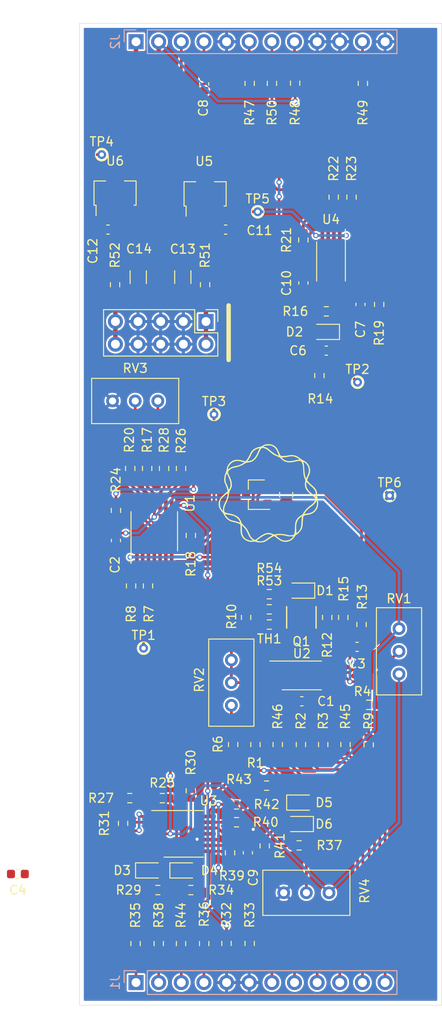
<source format=kicad_pcb>
(kicad_pcb (version 20211014) (generator pcbnew)

  (general
    (thickness 1.6)
  )

  (paper "A4")
  (layers
    (0 "F.Cu" signal)
    (31 "B.Cu" signal)
    (32 "B.Adhes" user "B.Adhesive")
    (33 "F.Adhes" user "F.Adhesive")
    (34 "B.Paste" user)
    (35 "F.Paste" user)
    (36 "B.SilkS" user "B.Silkscreen")
    (37 "F.SilkS" user "F.Silkscreen")
    (38 "B.Mask" user)
    (39 "F.Mask" user)
    (40 "Dwgs.User" user "User.Drawings")
    (41 "Cmts.User" user "User.Comments")
    (42 "Eco1.User" user "User.Eco1")
    (43 "Eco2.User" user "User.Eco2")
    (44 "Edge.Cuts" user)
    (45 "Margin" user)
    (46 "B.CrtYd" user "B.Courtyard")
    (47 "F.CrtYd" user "F.Courtyard")
    (48 "B.Fab" user)
    (49 "F.Fab" user)
  )

  (setup
    (stackup
      (layer "F.SilkS" (type "Top Silk Screen") (color "White"))
      (layer "F.Paste" (type "Top Solder Paste"))
      (layer "F.Mask" (type "Top Solder Mask") (color "Green") (thickness 0.01))
      (layer "F.Cu" (type "copper") (thickness 0.035))
      (layer "dielectric 1" (type "core") (thickness 1.51) (material "FR4") (epsilon_r 4.5) (loss_tangent 0.02))
      (layer "B.Cu" (type "copper") (thickness 0.035))
      (layer "B.Mask" (type "Bottom Solder Mask") (color "Green") (thickness 0.01))
      (layer "B.Paste" (type "Bottom Solder Paste"))
      (layer "B.SilkS" (type "Bottom Silk Screen") (color "White"))
      (copper_finish "ENIG")
      (dielectric_constraints no)
    )
    (pad_to_mask_clearance 0.05)
    (solder_mask_min_width 0.2)
    (grid_origin 100 140)
    (pcbplotparams
      (layerselection 0x00010fc_ffffffff)
      (disableapertmacros false)
      (usegerberextensions false)
      (usegerberattributes true)
      (usegerberadvancedattributes true)
      (creategerberjobfile true)
      (svguseinch false)
      (svgprecision 6)
      (excludeedgelayer true)
      (plotframeref false)
      (viasonmask false)
      (mode 1)
      (useauxorigin false)
      (hpglpennumber 1)
      (hpglpenspeed 20)
      (hpglpendiameter 15.000000)
      (dxfpolygonmode true)
      (dxfimperialunits true)
      (dxfusepcbnewfont true)
      (psnegative false)
      (psa4output false)
      (plotreference true)
      (plotvalue true)
      (plotinvisibletext false)
      (sketchpadsonfab false)
      (subtractmaskfromsilk false)
      (outputformat 1)
      (mirror false)
      (drillshape 1)
      (scaleselection 1)
      (outputdirectory "")
    )
  )

  (net 0 "")
  (net 1 "-12V")
  (net 2 "+12V")
  (net 3 "Net-(C3-Pad2)")
  (net 4 "Net-(C3-Pad1)")
  (net 5 "Net-(C5-Pad2)")
  (net 6 "Net-(C5-Pad1)")
  (net 7 "Net-(C6-Pad2)")
  (net 8 "Net-(C6-Pad1)")
  (net 9 "Net-(C7-Pad2)")
  (net 10 "/SOFT_SYNC")
  (net 11 "/HARD_SYNC")
  (net 12 "Net-(C9-Pad2)")
  (net 13 "Net-(C9-Pad1)")
  (net 14 "Net-(D1-Pad2)")
  (net 15 "Net-(D1-Pad1)")
  (net 16 "Net-(D3-Pad2)")
  (net 17 "Net-(D3-Pad1)")
  (net 18 "Net-(D4-Pad2)")
  (net 19 "GND")
  (net 20 "Net-(D5-Pad1)")
  (net 21 "/FM")
  (net 22 "/PWM_IN")
  (net 23 "/EXP_FM")
  (net 24 "/FINE")
  (net 25 "/COARSE")
  (net 26 "/POT_N")
  (net 27 "/VOCT2")
  (net 28 "/PMW_POT")
  (net 29 "/VOCT")
  (net 30 "/POT_P")
  (net 31 "/PULSE")
  (net 32 "/SINE")
  (net 33 "/TRI")
  (net 34 "/SAW")
  (net 35 "Net-(Q1-Pad1)")
  (net 36 "Net-(R1-Pad2)")
  (net 37 "Net-(R4-Pad2)")
  (net 38 "Net-(R6-Pad1)")
  (net 39 "Net-(R7-Pad1)")
  (net 40 "Net-(R10-Pad2)")
  (net 41 "Net-(R17-Pad1)")
  (net 42 "Net-(R18-Pad2)")
  (net 43 "Net-(R18-Pad1)")
  (net 44 "Net-(R20-Pad2)")
  (net 45 "Net-(R21-Pad2)")
  (net 46 "Net-(R24-Pad2)")
  (net 47 "Net-(R26-Pad2)")
  (net 48 "Net-(R27-Pad2)")
  (net 49 "Net-(R28-Pad1)")
  (net 50 "Net-(R31-Pad2)")
  (net 51 "Net-(R32-Pad2)")
  (net 52 "Net-(R32-Pad1)")
  (net 53 "Net-(R37-Pad2)")
  (net 54 "Net-(R40-Pad2)")
  (net 55 "Net-(R42-Pad2)")
  (net 56 "-VDC")
  (net 57 "+VDC")
  (net 58 "Net-(P2-Pad10)")
  (net 59 "Net-(P2-Pad1)")
  (net 60 "Net-(R10-Pad1)")

  (footprint "Capacitor_SMD:C_0603_1608Metric" (layer "F.Cu") (at 124.95 105.95 180))

  (footprint "Capacitor_SMD:C_0603_1608Metric" (layer "F.Cu") (at 104.1 87.9375 90))

  (footprint "Capacitor_SMD:C_0603_1608Metric" (layer "F.Cu") (at 131.15 99.85))

  (footprint "Capacitor_SMD:C_0603_1608Metric" (layer "F.Cu") (at 93.1 125.3))

  (footprint "Capacitor_SMD:C_0805_2012Metric" (layer "F.Cu") (at 123.2 82.8 -90))

  (footprint "Capacitor_SMD:C_0603_1608Metric" (layer "F.Cu") (at 127.7 66.6625 180))

  (footprint "Capacitor_SMD:C_0603_1608Metric" (layer "F.Cu") (at 131.525 61.4875 90))

  (footprint "Capacitor_SMD:C_0603_1608Metric" (layer "F.Cu") (at 114 36.775 90))

  (footprint "Diode_SMD:D_SOD-323" (layer "F.Cu") (at 124.9 93.55 180))

  (footprint "Diode_SMD:D_SOD-323" (layer "F.Cu") (at 127.675 64.5625 180))

  (footprint "Diode_SMD:D_SOD-323" (layer "F.Cu") (at 107.8 124.9))

  (footprint "Diode_SMD:D_SOD-323" (layer "F.Cu") (at 111.65 124.9))

  (footprint "Diode_SMD:D_SOD-323" (layer "F.Cu") (at 124.75 117.3))

  (footprint "Diode_SMD:D_SOD-323" (layer "F.Cu") (at 124.75 119.7 180))

  (footprint "project_oscillator:SOT-457, SC-74" (layer "F.Cu") (at 124.9 96.55 -90))

  (footprint "Package_TO_SOT_SMD:SC-59" (layer "F.Cu") (at 119.9 82.8 180))

  (footprint "Resistor_SMD:R_0603_1608Metric" (layer "F.Cu") (at 119.75 110.8 90))

  (footprint "Resistor_SMD:R_0603_1608Metric" (layer "F.Cu") (at 127.35 110.8 90))

  (footprint "Resistor_SMD:R_0603_1608Metric" (layer "F.Cu") (at 117.25 110.8 -90))

  (footprint "Resistor_SMD:R_0603_1608Metric" (layer "F.Cu") (at 132.45 110.825 -90))

  (footprint "Resistor_SMD:R_0603_1608Metric" (layer "F.Cu") (at 127.8 96.55 90))

  (footprint "Resistor_SMD:R_0603_1608Metric" (layer "F.Cu") (at 131.65 97.35 -90))

  (footprint "Resistor_SMD:R_0603_1608Metric" (layer "F.Cu") (at 126.925 69.4625 -90))

  (footprint "Resistor_SMD:R_0603_1608Metric" (layer "F.Cu") (at 129.6 96.55 -90))

  (footprint "Resistor_SMD:R_0603_1608Metric" (layer "F.Cu") (at 107.6 79.8625 -90))

  (footprint "Resistor_SMD:R_0603_1608Metric" (layer "F.Cu") (at 133.625 61.4875 -90))

  (footprint "Resistor_SMD:R_0603_1608Metric" (layer "F.Cu") (at 105.7 79.8625 90))

  (footprint "Resistor_SMD:R_0603_1608Metric" (layer "F.Cu") (at 125.125 54.2625 90))

  (footprint "Resistor_SMD:R_0603_1608Metric" (layer "F.Cu") (at 128.525 49.4625 90))

  (footprint "Resistor_SMD:R_0603_1608Metric" (layer "F.Cu") (at 130.525 49.4625 -90))

  (footprint "Resistor_SMD:R_0603_1608Metric" (layer "F.Cu") (at 104.1 84.5625 90))

  (footprint "Resistor_SMD:R_0603_1608Metric" (layer "F.Cu") (at 109.3 116.8))

  (footprint "Resistor_SMD:R_0603_1608Metric" (layer "F.Cu") (at 111.4 79.8625 -90))

  (footprint "Resistor_SMD:R_0603_1608Metric" (layer "F.Cu") (at 105.65 116.8 180))

  (footprint "Resistor_SMD:R_0603_1608Metric" (layer "F.Cu") (at 109.5 79.8625 90))

  (footprint "Resistor_SMD:R_0603_1608Metric" (layer "F.Cu") (at 108.8 127.1))

  (footprint "Resistor_SMD:R_0603_1608Metric" (layer "F.Cu") (at 104.9 119.625 -90))

  (footprint "Resistor_SMD:R_0603_1608Metric" (layer "F.Cu") (at 116.5 133.075 -90))

  (footprint "Resistor_SMD:R_0603_1608Metric" (layer "F.Cu") (at 119.1 133.075 90))

  (footprint "Resistor_SMD:R_0603_1608Metric" (layer "F.Cu") (at 112.5 127.1))

  (footprint "Resistor_SMD:R_0603_1608Metric" (layer "F.Cu") (at 106.3 133.1 -90))

  (footprint "Resistor_SMD:R_0603_1608Metric" (layer "F.Cu") (at 114 133.1 -90))

  (footprint "Resistor_SMD:R_0603_1608Metric" (layer "F.Cu") (at 124.645841 122.094882))

  (footprint "Resistor_SMD:R_0603_1608Metric" (layer "F.Cu") (at 108.9 133.1 -90))

  (footprint "Resistor_SMD:R_0603_1608Metric" (layer "F.Cu") (at 116.9 122.925 90))

  (footprint "Resistor_SMD:R_0603_1608Metric" (layer "F.Cu") (at 117.625 119.5 180))

  (footprint "Resistor_SMD:R_0603_1608Metric" (layer "F.Cu") (at 120.788658 122.150351 -90))

  (footprint "Resistor_SMD:R_0603_1608Metric" (layer "F.Cu") (at 117.625 117.5 180))

  (footprint "Resistor_SMD:R_0603_1608Metric" (layer "F.Cu") (at 121 115.4))

  (footprint "Resistor_SMD:R_0603_1608Metric" (layer "F.Cu") (at 111.4 133.1 -90))

  (footprint "Resistor_SMD:R_0603_1608Metric" (layer "F.Cu") (at 129.85 110.8 90))

  (footprint "Resistor_SMD:R_0603_1608Metric" (layer "F.Cu") (at 122.25 110.8 90))

  (footprint "Resistor_SMD:R_0603_1608Metric" (layer "F.Cu") (at 119.1 36.725 -90))

  (footprint "Resistor_SMD:R_0603_1608Metric" (layer "F.Cu") (at 124.2 36.7 -90))

  (footprint "Resistor_SMD:R_0603_1608Metric" (layer "F.Cu") (at 131.8 36.725 -90))

  (footprint "Potentiometer_THT:Potentiometer_Bourns_3296W_Vertical" (layer "F.Cu") (at 135.85 97.81 90))

  (footprint "Potentiometer_THT:Potentiometer_Bourns_3296W_Vertical" (layer "F.Cu") (at 117.05 106.4 -90))

  (footprint "Potentiometer_THT:Potentiometer_Bourns_3296W_Vertical" (layer "F.Cu") (at 128 127.4))

  (footprint "Package_SO:TSSOP-14_4.4x5mm_P0.65mm" (layer "F.Cu") (at 108.4 86.9 90))

  (footprint "Package_SO:TSSOP-14_4.4x5mm_P0.65mm" (layer "F.Cu") (at 111.7 120.8))

  (footprint "Package_SO:TSSOP-8_4.4x3mm_P0.65mm" (layer 
... [1025646 chars truncated]
</source>
